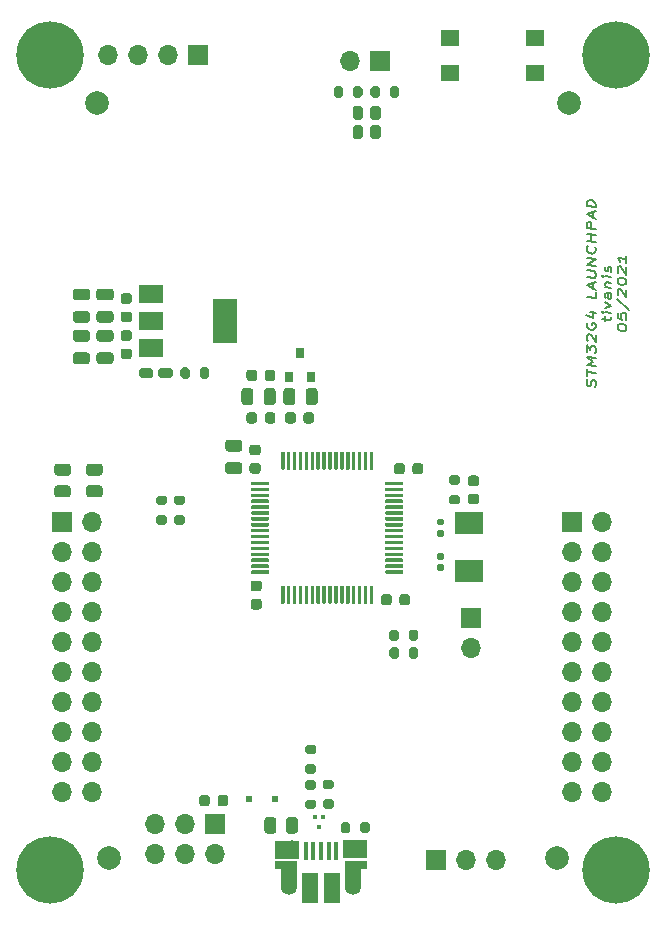
<source format=gbr>
%TF.GenerationSoftware,KiCad,Pcbnew,(5.1.9)-1*%
%TF.CreationDate,2021-05-10T15:41:27+02:00*%
%TF.ProjectId,STM32_Launchpad_v1r1,53544d33-325f-44c6-9175-6e6368706164,rev?*%
%TF.SameCoordinates,Original*%
%TF.FileFunction,Soldermask,Top*%
%TF.FilePolarity,Negative*%
%FSLAX46Y46*%
G04 Gerber Fmt 4.6, Leading zero omitted, Abs format (unit mm)*
G04 Created by KiCad (PCBNEW (5.1.9)-1) date 2021-05-10 15:41:27*
%MOMM*%
%LPD*%
G01*
G04 APERTURE LIST*
%ADD10C,0.182500*%
%ADD11R,2.000000X1.500000*%
%ADD12R,2.000000X3.800000*%
%ADD13R,0.500000X0.500000*%
%ADD14O,1.700000X1.700000*%
%ADD15R,1.700000X1.700000*%
%ADD16C,2.000000*%
%ADD17R,1.600000X1.400000*%
%ADD18R,0.300000X0.300000*%
%ADD19R,1.430000X2.500000*%
%ADD20O,1.350000X1.700000*%
%ADD21O,1.100000X1.500000*%
%ADD22R,0.400000X1.650000*%
%ADD23R,1.825000X0.700000*%
%ADD24R,1.350000X2.000000*%
%ADD25C,5.700000*%
%ADD26R,2.400000X1.900000*%
%ADD27R,0.800000X0.900000*%
G04 APERTURE END LIST*
D10*
X109696071Y-86057164D02*
X109731785Y-85918771D01*
X109731785Y-85680676D01*
X109696071Y-85580973D01*
X109660357Y-85528890D01*
X109588928Y-85472343D01*
X109517500Y-85463414D01*
X109446071Y-85502104D01*
X109410357Y-85545259D01*
X109374642Y-85636033D01*
X109338928Y-85822045D01*
X109303214Y-85912819D01*
X109267500Y-85955973D01*
X109196071Y-85994664D01*
X109124642Y-85985735D01*
X109053214Y-85929188D01*
X109017500Y-85877104D01*
X108981785Y-85777402D01*
X108981785Y-85539307D01*
X109017500Y-85400914D01*
X108981785Y-85110735D02*
X108981785Y-84539307D01*
X109731785Y-84918771D02*
X108981785Y-84825021D01*
X109731785Y-84299723D02*
X108981785Y-84205973D01*
X109517500Y-83939604D01*
X108981785Y-83539307D01*
X109731785Y-83633057D01*
X108981785Y-83158354D02*
X108981785Y-82539307D01*
X109267500Y-82908354D01*
X109267500Y-82765497D01*
X109303214Y-82674723D01*
X109338928Y-82631569D01*
X109410357Y-82592878D01*
X109588928Y-82615200D01*
X109660357Y-82671747D01*
X109696071Y-82723831D01*
X109731785Y-82823533D01*
X109731785Y-83109247D01*
X109696071Y-83200021D01*
X109660357Y-83243176D01*
X109053214Y-82167283D02*
X109017500Y-82115200D01*
X108981785Y-82015497D01*
X108981785Y-81777402D01*
X109017500Y-81686628D01*
X109053214Y-81643473D01*
X109124642Y-81604783D01*
X109196071Y-81613712D01*
X109303214Y-81674723D01*
X109731785Y-82299723D01*
X109731785Y-81680676D01*
X109017500Y-80639009D02*
X108981785Y-80729783D01*
X108981785Y-80872640D01*
X109017500Y-81019962D01*
X109088928Y-81124128D01*
X109160357Y-81180676D01*
X109303214Y-81246152D01*
X109410357Y-81259545D01*
X109553214Y-81229783D01*
X109624642Y-81191093D01*
X109696071Y-81104783D01*
X109731785Y-80966390D01*
X109731785Y-80871152D01*
X109696071Y-80723831D01*
X109660357Y-80671747D01*
X109410357Y-80640497D01*
X109410357Y-80830973D01*
X109231785Y-79761033D02*
X109731785Y-79823533D01*
X108946071Y-79963414D02*
X109481785Y-80268473D01*
X109481785Y-79649426D01*
X109731785Y-78061628D02*
X109731785Y-78537819D01*
X108981785Y-78444069D01*
X109517500Y-77749128D02*
X109517500Y-77272938D01*
X109731785Y-77871152D02*
X108981785Y-77444069D01*
X109731785Y-77204485D01*
X108981785Y-76777402D02*
X109588928Y-76853295D01*
X109660357Y-76814604D01*
X109696071Y-76771450D01*
X109731785Y-76680676D01*
X109731785Y-76490200D01*
X109696071Y-76390497D01*
X109660357Y-76338414D01*
X109588928Y-76281866D01*
X108981785Y-76205973D01*
X109731785Y-75823533D02*
X108981785Y-75729783D01*
X109731785Y-75252104D01*
X108981785Y-75158354D01*
X109660357Y-74195557D02*
X109696071Y-74247640D01*
X109731785Y-74394962D01*
X109731785Y-74490200D01*
X109696071Y-74628593D01*
X109624642Y-74714902D01*
X109553214Y-74753593D01*
X109410357Y-74783354D01*
X109303214Y-74769962D01*
X109160357Y-74704485D01*
X109088928Y-74647938D01*
X109017500Y-74543771D01*
X108981785Y-74396450D01*
X108981785Y-74301212D01*
X109017500Y-74162819D01*
X109053214Y-74119664D01*
X109731785Y-73775914D02*
X108981785Y-73682164D01*
X109338928Y-73726807D02*
X109338928Y-73155378D01*
X109731785Y-73204485D02*
X108981785Y-73110735D01*
X109731785Y-72728295D02*
X108981785Y-72634545D01*
X108981785Y-72253593D01*
X109017500Y-72162819D01*
X109053214Y-72119664D01*
X109124642Y-72080973D01*
X109231785Y-72094366D01*
X109303214Y-72150914D01*
X109338928Y-72202997D01*
X109374642Y-72302700D01*
X109374642Y-72683652D01*
X109517500Y-71749128D02*
X109517500Y-71272938D01*
X109731785Y-71871152D02*
X108981785Y-71444069D01*
X109731785Y-71204485D01*
X109731785Y-70871152D02*
X108981785Y-70777402D01*
X108981785Y-70539307D01*
X109017500Y-70400914D01*
X109088928Y-70314604D01*
X109160357Y-70275914D01*
X109303214Y-70246152D01*
X109410357Y-70259545D01*
X109553214Y-70325021D01*
X109624642Y-70381569D01*
X109696071Y-70485735D01*
X109731785Y-70633057D01*
X109731785Y-70871152D01*
X110539285Y-80475319D02*
X110539285Y-80094366D01*
X110289285Y-80301212D02*
X110932142Y-80381569D01*
X111003571Y-80342878D01*
X111039285Y-80252104D01*
X111039285Y-80156866D01*
X111039285Y-79823533D02*
X110539285Y-79761033D01*
X110289285Y-79729783D02*
X110325000Y-79781866D01*
X110360714Y-79738712D01*
X110325000Y-79686628D01*
X110289285Y-79729783D01*
X110360714Y-79738712D01*
X110539285Y-79380081D02*
X111039285Y-79204485D01*
X110539285Y-78903890D01*
X111039285Y-78156866D02*
X110646428Y-78107759D01*
X110575000Y-78146450D01*
X110539285Y-78237223D01*
X110539285Y-78427700D01*
X110575000Y-78527402D01*
X111003571Y-78152402D02*
X111039285Y-78252104D01*
X111039285Y-78490200D01*
X111003571Y-78580973D01*
X110932142Y-78619664D01*
X110860714Y-78610735D01*
X110789285Y-78554188D01*
X110753571Y-78454485D01*
X110753571Y-78216390D01*
X110717857Y-78116688D01*
X110539285Y-77618176D02*
X111039285Y-77680676D01*
X110610714Y-77627104D02*
X110575000Y-77575021D01*
X110539285Y-77475319D01*
X110539285Y-77332462D01*
X110575000Y-77241688D01*
X110646428Y-77202997D01*
X111039285Y-77252104D01*
X111039285Y-76775914D02*
X110539285Y-76713414D01*
X110289285Y-76682164D02*
X110325000Y-76734247D01*
X110360714Y-76691093D01*
X110325000Y-76639009D01*
X110289285Y-76682164D01*
X110360714Y-76691093D01*
X111003571Y-76342878D02*
X111039285Y-76252104D01*
X111039285Y-76061628D01*
X111003571Y-75961926D01*
X110932142Y-75905378D01*
X110896428Y-75900914D01*
X110825000Y-75939604D01*
X110789285Y-76030378D01*
X110789285Y-76173235D01*
X110753571Y-76264009D01*
X110682142Y-76302700D01*
X110646428Y-76298235D01*
X110575000Y-76241688D01*
X110539285Y-76141985D01*
X110539285Y-75999128D01*
X110575000Y-75908354D01*
X111596785Y-81039307D02*
X111596785Y-80944069D01*
X111632500Y-80853295D01*
X111668214Y-80810140D01*
X111739642Y-80771450D01*
X111882500Y-80741688D01*
X112061071Y-80764009D01*
X112203928Y-80829485D01*
X112275357Y-80886033D01*
X112311071Y-80938116D01*
X112346785Y-81037819D01*
X112346785Y-81133057D01*
X112311071Y-81223831D01*
X112275357Y-81266985D01*
X112203928Y-81305676D01*
X112061071Y-81335438D01*
X111882500Y-81313116D01*
X111739642Y-81247640D01*
X111668214Y-81191093D01*
X111632500Y-81139009D01*
X111596785Y-81039307D01*
X111596785Y-79801212D02*
X111596785Y-80277402D01*
X111953928Y-80369664D01*
X111918214Y-80317581D01*
X111882500Y-80217878D01*
X111882500Y-79979783D01*
X111918214Y-79889009D01*
X111953928Y-79845854D01*
X112025357Y-79807164D01*
X112203928Y-79829485D01*
X112275357Y-79886033D01*
X112311071Y-79938116D01*
X112346785Y-80037819D01*
X112346785Y-80275914D01*
X112311071Y-80366688D01*
X112275357Y-80409843D01*
X111561071Y-78606271D02*
X112525357Y-79583950D01*
X111668214Y-78333950D02*
X111632500Y-78281866D01*
X111596785Y-78182164D01*
X111596785Y-77944069D01*
X111632500Y-77853295D01*
X111668214Y-77810140D01*
X111739642Y-77771450D01*
X111811071Y-77780378D01*
X111918214Y-77841390D01*
X112346785Y-78466390D01*
X112346785Y-77847343D01*
X111596785Y-77134545D02*
X111596785Y-77039307D01*
X111632500Y-76948533D01*
X111668214Y-76905378D01*
X111739642Y-76866688D01*
X111882500Y-76836926D01*
X112061071Y-76859247D01*
X112203928Y-76924723D01*
X112275357Y-76981271D01*
X112311071Y-77033354D01*
X112346785Y-77133057D01*
X112346785Y-77228295D01*
X112311071Y-77319069D01*
X112275357Y-77362223D01*
X112203928Y-77400914D01*
X112061071Y-77430676D01*
X111882500Y-77408354D01*
X111739642Y-77342878D01*
X111668214Y-77286331D01*
X111632500Y-77234247D01*
X111596785Y-77134545D01*
X111668214Y-76429188D02*
X111632500Y-76377104D01*
X111596785Y-76277402D01*
X111596785Y-76039307D01*
X111632500Y-75948533D01*
X111668214Y-75905378D01*
X111739642Y-75866688D01*
X111811071Y-75875616D01*
X111918214Y-75936628D01*
X112346785Y-76561628D01*
X112346785Y-75942581D01*
X112346785Y-74990200D02*
X112346785Y-75561628D01*
X112346785Y-75275914D02*
X111596785Y-75182164D01*
X111703928Y-75290795D01*
X111775357Y-75394962D01*
X111811071Y-75494664D01*
%TO.C,U2*%
G36*
G01*
X90900000Y-102975000D02*
X90900000Y-104375000D01*
G75*
G02*
X90825000Y-104450000I-75000J0D01*
G01*
X90675000Y-104450000D01*
G75*
G02*
X90600000Y-104375000I0J75000D01*
G01*
X90600000Y-102975000D01*
G75*
G02*
X90675000Y-102900000I75000J0D01*
G01*
X90825000Y-102900000D01*
G75*
G02*
X90900000Y-102975000I0J-75000D01*
G01*
G37*
G36*
G01*
X90400000Y-102975000D02*
X90400000Y-104375000D01*
G75*
G02*
X90325000Y-104450000I-75000J0D01*
G01*
X90175000Y-104450000D01*
G75*
G02*
X90100000Y-104375000I0J75000D01*
G01*
X90100000Y-102975000D01*
G75*
G02*
X90175000Y-102900000I75000J0D01*
G01*
X90325000Y-102900000D01*
G75*
G02*
X90400000Y-102975000I0J-75000D01*
G01*
G37*
G36*
G01*
X89900000Y-102975000D02*
X89900000Y-104375000D01*
G75*
G02*
X89825000Y-104450000I-75000J0D01*
G01*
X89675000Y-104450000D01*
G75*
G02*
X89600000Y-104375000I0J75000D01*
G01*
X89600000Y-102975000D01*
G75*
G02*
X89675000Y-102900000I75000J0D01*
G01*
X89825000Y-102900000D01*
G75*
G02*
X89900000Y-102975000I0J-75000D01*
G01*
G37*
G36*
G01*
X89400000Y-102975000D02*
X89400000Y-104375000D01*
G75*
G02*
X89325000Y-104450000I-75000J0D01*
G01*
X89175000Y-104450000D01*
G75*
G02*
X89100000Y-104375000I0J75000D01*
G01*
X89100000Y-102975000D01*
G75*
G02*
X89175000Y-102900000I75000J0D01*
G01*
X89325000Y-102900000D01*
G75*
G02*
X89400000Y-102975000I0J-75000D01*
G01*
G37*
G36*
G01*
X88900000Y-102975000D02*
X88900000Y-104375000D01*
G75*
G02*
X88825000Y-104450000I-75000J0D01*
G01*
X88675000Y-104450000D01*
G75*
G02*
X88600000Y-104375000I0J75000D01*
G01*
X88600000Y-102975000D01*
G75*
G02*
X88675000Y-102900000I75000J0D01*
G01*
X88825000Y-102900000D01*
G75*
G02*
X88900000Y-102975000I0J-75000D01*
G01*
G37*
G36*
G01*
X88400000Y-102975000D02*
X88400000Y-104375000D01*
G75*
G02*
X88325000Y-104450000I-75000J0D01*
G01*
X88175000Y-104450000D01*
G75*
G02*
X88100000Y-104375000I0J75000D01*
G01*
X88100000Y-102975000D01*
G75*
G02*
X88175000Y-102900000I75000J0D01*
G01*
X88325000Y-102900000D01*
G75*
G02*
X88400000Y-102975000I0J-75000D01*
G01*
G37*
G36*
G01*
X87900000Y-102975000D02*
X87900000Y-104375000D01*
G75*
G02*
X87825000Y-104450000I-75000J0D01*
G01*
X87675000Y-104450000D01*
G75*
G02*
X87600000Y-104375000I0J75000D01*
G01*
X87600000Y-102975000D01*
G75*
G02*
X87675000Y-102900000I75000J0D01*
G01*
X87825000Y-102900000D01*
G75*
G02*
X87900000Y-102975000I0J-75000D01*
G01*
G37*
G36*
G01*
X87400000Y-102975000D02*
X87400000Y-104375000D01*
G75*
G02*
X87325000Y-104450000I-75000J0D01*
G01*
X87175000Y-104450000D01*
G75*
G02*
X87100000Y-104375000I0J75000D01*
G01*
X87100000Y-102975000D01*
G75*
G02*
X87175000Y-102900000I75000J0D01*
G01*
X87325000Y-102900000D01*
G75*
G02*
X87400000Y-102975000I0J-75000D01*
G01*
G37*
G36*
G01*
X86900000Y-102975000D02*
X86900000Y-104375000D01*
G75*
G02*
X86825000Y-104450000I-75000J0D01*
G01*
X86675000Y-104450000D01*
G75*
G02*
X86600000Y-104375000I0J75000D01*
G01*
X86600000Y-102975000D01*
G75*
G02*
X86675000Y-102900000I75000J0D01*
G01*
X86825000Y-102900000D01*
G75*
G02*
X86900000Y-102975000I0J-75000D01*
G01*
G37*
G36*
G01*
X86400000Y-102975000D02*
X86400000Y-104375000D01*
G75*
G02*
X86325000Y-104450000I-75000J0D01*
G01*
X86175000Y-104450000D01*
G75*
G02*
X86100000Y-104375000I0J75000D01*
G01*
X86100000Y-102975000D01*
G75*
G02*
X86175000Y-102900000I75000J0D01*
G01*
X86325000Y-102900000D01*
G75*
G02*
X86400000Y-102975000I0J-75000D01*
G01*
G37*
G36*
G01*
X85900000Y-102975000D02*
X85900000Y-104375000D01*
G75*
G02*
X85825000Y-104450000I-75000J0D01*
G01*
X85675000Y-104450000D01*
G75*
G02*
X85600000Y-104375000I0J75000D01*
G01*
X85600000Y-102975000D01*
G75*
G02*
X85675000Y-102900000I75000J0D01*
G01*
X85825000Y-102900000D01*
G75*
G02*
X85900000Y-102975000I0J-75000D01*
G01*
G37*
G36*
G01*
X85400000Y-102975000D02*
X85400000Y-104375000D01*
G75*
G02*
X85325000Y-104450000I-75000J0D01*
G01*
X85175000Y-104450000D01*
G75*
G02*
X85100000Y-104375000I0J75000D01*
G01*
X85100000Y-102975000D01*
G75*
G02*
X85175000Y-102900000I75000J0D01*
G01*
X85325000Y-102900000D01*
G75*
G02*
X85400000Y-102975000I0J-75000D01*
G01*
G37*
G36*
G01*
X84900000Y-102975000D02*
X84900000Y-104375000D01*
G75*
G02*
X84825000Y-104450000I-75000J0D01*
G01*
X84675000Y-104450000D01*
G75*
G02*
X84600000Y-104375000I0J75000D01*
G01*
X84600000Y-102975000D01*
G75*
G02*
X84675000Y-102900000I75000J0D01*
G01*
X84825000Y-102900000D01*
G75*
G02*
X84900000Y-102975000I0J-75000D01*
G01*
G37*
G36*
G01*
X84400000Y-102975000D02*
X84400000Y-104375000D01*
G75*
G02*
X84325000Y-104450000I-75000J0D01*
G01*
X84175000Y-104450000D01*
G75*
G02*
X84100000Y-104375000I0J75000D01*
G01*
X84100000Y-102975000D01*
G75*
G02*
X84175000Y-102900000I75000J0D01*
G01*
X84325000Y-102900000D01*
G75*
G02*
X84400000Y-102975000I0J-75000D01*
G01*
G37*
G36*
G01*
X83900000Y-102975000D02*
X83900000Y-104375000D01*
G75*
G02*
X83825000Y-104450000I-75000J0D01*
G01*
X83675000Y-104450000D01*
G75*
G02*
X83600000Y-104375000I0J75000D01*
G01*
X83600000Y-102975000D01*
G75*
G02*
X83675000Y-102900000I75000J0D01*
G01*
X83825000Y-102900000D01*
G75*
G02*
X83900000Y-102975000I0J-75000D01*
G01*
G37*
G36*
G01*
X83400000Y-102975000D02*
X83400000Y-104375000D01*
G75*
G02*
X83325000Y-104450000I-75000J0D01*
G01*
X83175000Y-104450000D01*
G75*
G02*
X83100000Y-104375000I0J75000D01*
G01*
X83100000Y-102975000D01*
G75*
G02*
X83175000Y-102900000I75000J0D01*
G01*
X83325000Y-102900000D01*
G75*
G02*
X83400000Y-102975000I0J-75000D01*
G01*
G37*
G36*
G01*
X82100000Y-101675000D02*
X82100000Y-101825000D01*
G75*
G02*
X82025000Y-101900000I-75000J0D01*
G01*
X80625000Y-101900000D01*
G75*
G02*
X80550000Y-101825000I0J75000D01*
G01*
X80550000Y-101675000D01*
G75*
G02*
X80625000Y-101600000I75000J0D01*
G01*
X82025000Y-101600000D01*
G75*
G02*
X82100000Y-101675000I0J-75000D01*
G01*
G37*
G36*
G01*
X82100000Y-101175000D02*
X82100000Y-101325000D01*
G75*
G02*
X82025000Y-101400000I-75000J0D01*
G01*
X80625000Y-101400000D01*
G75*
G02*
X80550000Y-101325000I0J75000D01*
G01*
X80550000Y-101175000D01*
G75*
G02*
X80625000Y-101100000I75000J0D01*
G01*
X82025000Y-101100000D01*
G75*
G02*
X82100000Y-101175000I0J-75000D01*
G01*
G37*
G36*
G01*
X82100000Y-100675000D02*
X82100000Y-100825000D01*
G75*
G02*
X82025000Y-100900000I-75000J0D01*
G01*
X80625000Y-100900000D01*
G75*
G02*
X80550000Y-100825000I0J75000D01*
G01*
X80550000Y-100675000D01*
G75*
G02*
X80625000Y-100600000I75000J0D01*
G01*
X82025000Y-100600000D01*
G75*
G02*
X82100000Y-100675000I0J-75000D01*
G01*
G37*
G36*
G01*
X82100000Y-100175000D02*
X82100000Y-100325000D01*
G75*
G02*
X82025000Y-100400000I-75000J0D01*
G01*
X80625000Y-100400000D01*
G75*
G02*
X80550000Y-100325000I0J75000D01*
G01*
X80550000Y-100175000D01*
G75*
G02*
X80625000Y-100100000I75000J0D01*
G01*
X82025000Y-100100000D01*
G75*
G02*
X82100000Y-100175000I0J-75000D01*
G01*
G37*
G36*
G01*
X82100000Y-99675000D02*
X82100000Y-99825000D01*
G75*
G02*
X82025000Y-99900000I-75000J0D01*
G01*
X80625000Y-99900000D01*
G75*
G02*
X80550000Y-99825000I0J75000D01*
G01*
X80550000Y-99675000D01*
G75*
G02*
X80625000Y-99600000I75000J0D01*
G01*
X82025000Y-99600000D01*
G75*
G02*
X82100000Y-99675000I0J-75000D01*
G01*
G37*
G36*
G01*
X82100000Y-99175000D02*
X82100000Y-99325000D01*
G75*
G02*
X82025000Y-99400000I-75000J0D01*
G01*
X80625000Y-99400000D01*
G75*
G02*
X80550000Y-99325000I0J75000D01*
G01*
X80550000Y-99175000D01*
G75*
G02*
X80625000Y-99100000I75000J0D01*
G01*
X82025000Y-99100000D01*
G75*
G02*
X82100000Y-99175000I0J-75000D01*
G01*
G37*
G36*
G01*
X82100000Y-98675000D02*
X82100000Y-98825000D01*
G75*
G02*
X82025000Y-98900000I-75000J0D01*
G01*
X80625000Y-98900000D01*
G75*
G02*
X80550000Y-98825000I0J75000D01*
G01*
X80550000Y-98675000D01*
G75*
G02*
X80625000Y-98600000I75000J0D01*
G01*
X82025000Y-98600000D01*
G75*
G02*
X82100000Y-98675000I0J-75000D01*
G01*
G37*
G36*
G01*
X82100000Y-98175000D02*
X82100000Y-98325000D01*
G75*
G02*
X82025000Y-98400000I-75000J0D01*
G01*
X80625000Y-98400000D01*
G75*
G02*
X80550000Y-98325000I0J75000D01*
G01*
X80550000Y-98175000D01*
G75*
G02*
X80625000Y-98100000I75000J0D01*
G01*
X82025000Y-98100000D01*
G75*
G02*
X82100000Y-98175000I0J-75000D01*
G01*
G37*
G36*
G01*
X82100000Y-97675000D02*
X82100000Y-97825000D01*
G75*
G02*
X82025000Y-97900000I-75000J0D01*
G01*
X80625000Y-97900000D01*
G75*
G02*
X80550000Y-97825000I0J75000D01*
G01*
X80550000Y-97675000D01*
G75*
G02*
X80625000Y-97600000I75000J0D01*
G01*
X82025000Y-97600000D01*
G75*
G02*
X82100000Y-97675000I0J-75000D01*
G01*
G37*
G36*
G01*
X82100000Y-97175000D02*
X82100000Y-97325000D01*
G75*
G02*
X82025000Y-97400000I-75000J0D01*
G01*
X80625000Y-97400000D01*
G75*
G02*
X80550000Y-97325000I0J75000D01*
G01*
X80550000Y-97175000D01*
G75*
G02*
X80625000Y-97100000I75000J0D01*
G01*
X82025000Y-97100000D01*
G75*
G02*
X82100000Y-97175000I0J-75000D01*
G01*
G37*
G36*
G01*
X82100000Y-96675000D02*
X82100000Y-96825000D01*
G75*
G02*
X82025000Y-96900000I-75000J0D01*
G01*
X80625000Y-96900000D01*
G75*
G02*
X80550000Y-96825000I0J75000D01*
G01*
X80550000Y-96675000D01*
G75*
G02*
X80625000Y-96600000I75000J0D01*
G01*
X82025000Y-96600000D01*
G75*
G02*
X82100000Y-96675000I0J-75000D01*
G01*
G37*
G36*
G01*
X82100000Y-96175000D02*
X82100000Y-96325000D01*
G75*
G02*
X82025000Y-96400000I-75000J0D01*
G01*
X80625000Y-96400000D01*
G75*
G02*
X80550000Y-96325000I0J75000D01*
G01*
X80550000Y-96175000D01*
G75*
G02*
X80625000Y-96100000I75000J0D01*
G01*
X82025000Y-96100000D01*
G75*
G02*
X82100000Y-96175000I0J-75000D01*
G01*
G37*
G36*
G01*
X82100000Y-95675000D02*
X82100000Y-95825000D01*
G75*
G02*
X82025000Y-95900000I-75000J0D01*
G01*
X80625000Y-95900000D01*
G75*
G02*
X80550000Y-95825000I0J75000D01*
G01*
X80550000Y-95675000D01*
G75*
G02*
X80625000Y-95600000I75000J0D01*
G01*
X82025000Y-95600000D01*
G75*
G02*
X82100000Y-95675000I0J-75000D01*
G01*
G37*
G36*
G01*
X82100000Y-95175000D02*
X82100000Y-95325000D01*
G75*
G02*
X82025000Y-95400000I-75000J0D01*
G01*
X80625000Y-95400000D01*
G75*
G02*
X80550000Y-95325000I0J75000D01*
G01*
X80550000Y-95175000D01*
G75*
G02*
X80625000Y-95100000I75000J0D01*
G01*
X82025000Y-95100000D01*
G75*
G02*
X82100000Y-95175000I0J-75000D01*
G01*
G37*
G36*
G01*
X82100000Y-94675000D02*
X82100000Y-94825000D01*
G75*
G02*
X82025000Y-94900000I-75000J0D01*
G01*
X80625000Y-94900000D01*
G75*
G02*
X80550000Y-94825000I0J75000D01*
G01*
X80550000Y-94675000D01*
G75*
G02*
X80625000Y-94600000I75000J0D01*
G01*
X82025000Y-94600000D01*
G75*
G02*
X82100000Y-94675000I0J-75000D01*
G01*
G37*
G36*
G01*
X82100000Y-94175000D02*
X82100000Y-94325000D01*
G75*
G02*
X82025000Y-94400000I-75000J0D01*
G01*
X80625000Y-94400000D01*
G75*
G02*
X80550000Y-94325000I0J75000D01*
G01*
X80550000Y-94175000D01*
G75*
G02*
X80625000Y-94100000I75000J0D01*
G01*
X82025000Y-94100000D01*
G75*
G02*
X82100000Y-94175000I0J-75000D01*
G01*
G37*
G36*
G01*
X83400000Y-91625000D02*
X83400000Y-93025000D01*
G75*
G02*
X83325000Y-93100000I-75000J0D01*
G01*
X83175000Y-93100000D01*
G75*
G02*
X83100000Y-93025000I0J75000D01*
G01*
X83100000Y-91625000D01*
G75*
G02*
X83175000Y-91550000I75000J0D01*
G01*
X83325000Y-91550000D01*
G75*
G02*
X83400000Y-91625000I0J-75000D01*
G01*
G37*
G36*
G01*
X83900000Y-91625000D02*
X83900000Y-93025000D01*
G75*
G02*
X83825000Y-93100000I-75000J0D01*
G01*
X83675000Y-93100000D01*
G75*
G02*
X83600000Y-93025000I0J75000D01*
G01*
X83600000Y-91625000D01*
G75*
G02*
X83675000Y-91550000I75000J0D01*
G01*
X83825000Y-91550000D01*
G75*
G02*
X83900000Y-91625000I0J-75000D01*
G01*
G37*
G36*
G01*
X84400000Y-91625000D02*
X84400000Y-93025000D01*
G75*
G02*
X84325000Y-93100000I-75000J0D01*
G01*
X84175000Y-93100000D01*
G75*
G02*
X84100000Y-93025000I0J75000D01*
G01*
X84100000Y-91625000D01*
G75*
G02*
X84175000Y-91550000I75000J0D01*
G01*
X84325000Y-91550000D01*
G75*
G02*
X84400000Y-91625000I0J-75000D01*
G01*
G37*
G36*
G01*
X84900000Y-91625000D02*
X84900000Y-93025000D01*
G75*
G02*
X84825000Y-93100000I-75000J0D01*
G01*
X84675000Y-93100000D01*
G75*
G02*
X84600000Y-93025000I0J75000D01*
G01*
X84600000Y-91625000D01*
G75*
G02*
X84675000Y-91550000I75000J0D01*
G01*
X84825000Y-91550000D01*
G75*
G02*
X84900000Y-91625000I0J-75000D01*
G01*
G37*
G36*
G01*
X85400000Y-91625000D02*
X85400000Y-93025000D01*
G75*
G02*
X85325000Y-93100000I-75000J0D01*
G01*
X85175000Y-93100000D01*
G75*
G02*
X85100000Y-93025000I0J75000D01*
G01*
X85100000Y-91625000D01*
G75*
G02*
X85175000Y-91550000I75000J0D01*
G01*
X85325000Y-91550000D01*
G75*
G02*
X85400000Y-91625000I0J-75000D01*
G01*
G37*
G36*
G01*
X85900000Y-91625000D02*
X85900000Y-93025000D01*
G75*
G02*
X85825000Y-93100000I-75000J0D01*
G01*
X85675000Y-93100000D01*
G75*
G02*
X85600000Y-93025000I0J75000D01*
G01*
X85600000Y-91625000D01*
G75*
G02*
X85675000Y-91550000I75000J0D01*
G01*
X85825000Y-91550000D01*
G75*
G02*
X85900000Y-91625000I0J-75000D01*
G01*
G37*
G36*
G01*
X86400000Y-91625000D02*
X86400000Y-93025000D01*
G75*
G02*
X86325000Y-93100000I-75000J0D01*
G01*
X86175000Y-93100000D01*
G75*
G02*
X86100000Y-93025000I0J75000D01*
G01*
X86100000Y-91625000D01*
G75*
G02*
X86175000Y-91550000I75000J0D01*
G01*
X86325000Y-91550000D01*
G75*
G02*
X86400000Y-91625000I0J-75000D01*
G01*
G37*
G36*
G01*
X86900000Y-91625000D02*
X86900000Y-93025000D01*
G75*
G02*
X86825000Y-93100000I-75000J0D01*
G01*
X86675000Y-93100000D01*
G75*
G02*
X86600000Y-93025000I0J75000D01*
G01*
X86600000Y-91625000D01*
G75*
G02*
X86675000Y-91550000I75000J0D01*
G01*
X86825000Y-91550000D01*
G75*
G02*
X86900000Y-91625000I0J-75000D01*
G01*
G37*
G36*
G01*
X87400000Y-91625000D02*
X87400000Y-93025000D01*
G75*
G02*
X87325000Y-93100000I-75000J0D01*
G01*
X87175000Y-93100000D01*
G75*
G02*
X87100000Y-93025000I0J75000D01*
G01*
X87100000Y-91625000D01*
G75*
G02*
X87175000Y-91550000I75000J0D01*
G01*
X87325000Y-91550000D01*
G75*
G02*
X87400000Y-91625000I0J-75000D01*
G01*
G37*
G36*
G01*
X87900000Y-91625000D02*
X87900000Y-93025000D01*
G75*
G02*
X87825000Y-93100000I-75000J0D01*
G01*
X87675000Y-93100000D01*
G75*
G02*
X87600000Y-93025000I0J75000D01*
G01*
X87600000Y-91625000D01*
G75*
G02*
X87675000Y-91550000I75000J0D01*
G01*
X87825000Y-91550000D01*
G75*
G02*
X87900000Y-91625000I0J-75000D01*
G01*
G37*
G36*
G01*
X88400000Y-91625000D02*
X88400000Y-93025000D01*
G75*
G02*
X88325000Y-93100000I-75000J0D01*
G01*
X88175000Y-93100000D01*
G75*
G02*
X88100000Y-93025000I0J75000D01*
G01*
X88100000Y-91625000D01*
G75*
G02*
X88175000Y-91550000I75000J0D01*
G01*
X88325000Y-91550000D01*
G75*
G02*
X88400000Y-91625000I0J-75000D01*
G01*
G37*
G36*
G01*
X88900000Y-91625000D02*
X88900000Y-93025000D01*
G75*
G02*
X88825000Y-93100000I-75000J0D01*
G01*
X88675000Y-93100000D01*
G75*
G02*
X88600000Y-93025000I0J75000D01*
G01*
X88600000Y-91625000D01*
G75*
G02*
X88675000Y-91550000I75000J0D01*
G01*
X88825000Y-91550000D01*
G75*
G02*
X88900000Y-91625000I0J-75000D01*
G01*
G37*
G36*
G01*
X89400000Y-91625000D02*
X89400000Y-93025000D01*
G75*
G02*
X89325000Y-93100000I-75000J0D01*
G01*
X89175000Y-93100000D01*
G75*
G02*
X89100000Y-93025000I0J75000D01*
G01*
X89100000Y-91625000D01*
G75*
G02*
X89175000Y-91550000I75000J0D01*
G01*
X89325000Y-91550000D01*
G75*
G02*
X89400000Y-91625000I0J-75000D01*
G01*
G37*
G36*
G01*
X89900000Y-91625000D02*
X89900000Y-93025000D01*
G75*
G02*
X89825000Y-93100000I-75000J0D01*
G01*
X89675000Y-93100000D01*
G75*
G02*
X89600000Y-93025000I0J75000D01*
G01*
X89600000Y-91625000D01*
G75*
G02*
X89675000Y-91550000I75000J0D01*
G01*
X89825000Y-91550000D01*
G75*
G02*
X89900000Y-91625000I0J-75000D01*
G01*
G37*
G36*
G01*
X90400000Y-91625000D02*
X90400000Y-93025000D01*
G75*
G02*
X90325000Y-93100000I-75000J0D01*
G01*
X90175000Y-93100000D01*
G75*
G02*
X90100000Y-93025000I0J75000D01*
G01*
X90100000Y-91625000D01*
G75*
G02*
X90175000Y-91550000I75000J0D01*
G01*
X90325000Y-91550000D01*
G75*
G02*
X90400000Y-91625000I0J-75000D01*
G01*
G37*
G36*
G01*
X90900000Y-91625000D02*
X90900000Y-93025000D01*
G75*
G02*
X90825000Y-93100000I-75000J0D01*
G01*
X90675000Y-93100000D01*
G75*
G02*
X90600000Y-93025000I0J75000D01*
G01*
X90600000Y-91625000D01*
G75*
G02*
X90675000Y-91550000I75000J0D01*
G01*
X90825000Y-91550000D01*
G75*
G02*
X90900000Y-91625000I0J-75000D01*
G01*
G37*
G36*
G01*
X93450000Y-94175000D02*
X93450000Y-94325000D01*
G75*
G02*
X93375000Y-94400000I-75000J0D01*
G01*
X91975000Y-94400000D01*
G75*
G02*
X91900000Y-94325000I0J75000D01*
G01*
X91900000Y-94175000D01*
G75*
G02*
X91975000Y-94100000I75000J0D01*
G01*
X93375000Y-94100000D01*
G75*
G02*
X93450000Y-94175000I0J-75000D01*
G01*
G37*
G36*
G01*
X93450000Y-94675000D02*
X93450000Y-94825000D01*
G75*
G02*
X93375000Y-94900000I-75000J0D01*
G01*
X91975000Y-94900000D01*
G75*
G02*
X91900000Y-94825000I0J75000D01*
G01*
X91900000Y-94675000D01*
G75*
G02*
X91975000Y-94600000I75000J0D01*
G01*
X93375000Y-94600000D01*
G75*
G02*
X93450000Y-94675000I0J-75000D01*
G01*
G37*
G36*
G01*
X93450000Y-95175000D02*
X93450000Y-95325000D01*
G75*
G02*
X93375000Y-95400000I-75000J0D01*
G01*
X91975000Y-95400000D01*
G75*
G02*
X91900000Y-95325000I0J75000D01*
G01*
X91900000Y-95175000D01*
G75*
G02*
X91975000Y-95100000I75000J0D01*
G01*
X93375000Y-95100000D01*
G75*
G02*
X93450000Y-95175000I0J-75000D01*
G01*
G37*
G36*
G01*
X93450000Y-95675000D02*
X93450000Y-95825000D01*
G75*
G02*
X93375000Y-95900000I-75000J0D01*
G01*
X91975000Y-95900000D01*
G75*
G02*
X91900000Y-95825000I0J75000D01*
G01*
X91900000Y-95675000D01*
G75*
G02*
X91975000Y-95600000I75000J0D01*
G01*
X93375000Y-95600000D01*
G75*
G02*
X93450000Y-95675000I0J-75000D01*
G01*
G37*
G36*
G01*
X93450000Y-96175000D02*
X93450000Y-96325000D01*
G75*
G02*
X93375000Y-96400000I-75000J0D01*
G01*
X91975000Y-96400000D01*
G75*
G02*
X91900000Y-96325000I0J75000D01*
G01*
X91900000Y-96175000D01*
G75*
G02*
X91975000Y-96100000I75000J0D01*
G01*
X93375000Y-96100000D01*
G75*
G02*
X93450000Y-96175000I0J-75000D01*
G01*
G37*
G36*
G01*
X93450000Y-96675000D02*
X93450000Y-96825000D01*
G75*
G02*
X93375000Y-96900000I-75000J0D01*
G01*
X91975000Y-96900000D01*
G75*
G02*
X91900000Y-96825000I0J75000D01*
G01*
X91900000Y-96675000D01*
G75*
G02*
X91975000Y-96600000I75000J0D01*
G01*
X93375000Y-96600000D01*
G75*
G02*
X93450000Y-96675000I0J-75000D01*
G01*
G37*
G36*
G01*
X93450000Y-97175000D02*
X93450000Y-97325000D01*
G75*
G02*
X93375000Y-97400000I-75000J0D01*
G01*
X91975000Y-97400000D01*
G75*
G02*
X91900000Y-97325000I0J75000D01*
G01*
X91900000Y-97175000D01*
G75*
G02*
X91975000Y-97100000I75000J0D01*
G01*
X93375000Y-97100000D01*
G75*
G02*
X93450000Y-97175000I0J-75000D01*
G01*
G37*
G36*
G01*
X93450000Y-97675000D02*
X93450000Y-97825000D01*
G75*
G02*
X93375000Y-97900000I-75000J0D01*
G01*
X91975000Y-97900000D01*
G75*
G02*
X91900000Y-97825000I0J75000D01*
G01*
X91900000Y-97675000D01*
G75*
G02*
X91975000Y-97600000I75000J0D01*
G01*
X93375000Y-97600000D01*
G75*
G02*
X93450000Y-97675000I0J-75000D01*
G01*
G37*
G36*
G01*
X93450000Y-98175000D02*
X93450000Y-98325000D01*
G75*
G02*
X93375000Y-98400000I-75000J0D01*
G01*
X91975000Y-98400000D01*
G75*
G02*
X91900000Y-98325000I0J75000D01*
G01*
X91900000Y-98175000D01*
G75*
G02*
X91975000Y-98100000I75000J0D01*
G01*
X93375000Y-98100000D01*
G75*
G02*
X93450000Y-98175000I0J-75000D01*
G01*
G37*
G36*
G01*
X93450000Y-98675000D02*
X93450000Y-98825000D01*
G75*
G02*
X93375000Y-98900000I-75000J0D01*
G01*
X91975000Y-98900000D01*
G75*
G02*
X91900000Y-98825000I0J75000D01*
G01*
X91900000Y-98675000D01*
G75*
G02*
X91975000Y-98600000I75000J0D01*
G01*
X93375000Y-98600000D01*
G75*
G02*
X93450000Y-98675000I0J-75000D01*
G01*
G37*
G36*
G01*
X93450000Y-99175000D02*
X93450000Y-99325000D01*
G75*
G02*
X93375000Y-99400000I-75000J0D01*
G01*
X91975000Y-99400000D01*
G75*
G02*
X91900000Y-99325000I0J75000D01*
G01*
X91900000Y-99175000D01*
G75*
G02*
X91975000Y-99100000I75000J0D01*
G01*
X93375000Y-99100000D01*
G75*
G02*
X93450000Y-99175000I0J-75000D01*
G01*
G37*
G36*
G01*
X93450000Y-99675000D02*
X93450000Y-99825000D01*
G75*
G02*
X93375000Y-99900000I-75000J0D01*
G01*
X91975000Y-99900000D01*
G75*
G02*
X91900000Y-99825000I0J75000D01*
G01*
X91900000Y-99675000D01*
G75*
G02*
X91975000Y-99600000I75000J0D01*
G01*
X93375000Y-99600000D01*
G75*
G02*
X93450000Y-99675000I0J-75000D01*
G01*
G37*
G36*
G01*
X93450000Y-100175000D02*
X93450000Y-100325000D01*
G75*
G02*
X93375000Y-100400000I-75000J0D01*
G01*
X91975000Y-100400000D01*
G75*
G02*
X91900000Y-100325000I0J75000D01*
G01*
X91900000Y-100175000D01*
G75*
G02*
X91975000Y-100100000I75000J0D01*
G01*
X93375000Y-100100000D01*
G75*
G02*
X93450000Y-100175000I0J-75000D01*
G01*
G37*
G36*
G01*
X93450000Y-100675000D02*
X93450000Y-100825000D01*
G75*
G02*
X93375000Y-100900000I-75000J0D01*
G01*
X91975000Y-100900000D01*
G75*
G02*
X91900000Y-100825000I0J75000D01*
G01*
X91900000Y-100675000D01*
G75*
G02*
X91975000Y-100600000I75000J0D01*
G01*
X93375000Y-100600000D01*
G75*
G02*
X93450000Y-100675000I0J-75000D01*
G01*
G37*
G36*
G01*
X93450000Y-101175000D02*
X93450000Y-101325000D01*
G75*
G02*
X93375000Y-101400000I-75000J0D01*
G01*
X91975000Y-101400000D01*
G75*
G02*
X91900000Y-101325000I0J75000D01*
G01*
X91900000Y-101175000D01*
G75*
G02*
X91975000Y-101100000I75000J0D01*
G01*
X93375000Y-101100000D01*
G75*
G02*
X93450000Y-101175000I0J-75000D01*
G01*
G37*
G36*
G01*
X93450000Y-101675000D02*
X93450000Y-101825000D01*
G75*
G02*
X93375000Y-101900000I-75000J0D01*
G01*
X91975000Y-101900000D01*
G75*
G02*
X91900000Y-101825000I0J75000D01*
G01*
X91900000Y-101675000D01*
G75*
G02*
X91975000Y-101600000I75000J0D01*
G01*
X93375000Y-101600000D01*
G75*
G02*
X93450000Y-101675000I0J-75000D01*
G01*
G37*
%TD*%
D11*
%TO.C,U4*%
X72050000Y-78200000D03*
X72050000Y-82800000D03*
X72050000Y-80500000D03*
D12*
X78350000Y-80500000D03*
%TD*%
D13*
%TO.C,D1*%
X80400000Y-121000000D03*
X82600000Y-121000000D03*
%TD*%
D14*
%TO.C,J5*%
X110260000Y-120380000D03*
X107720000Y-120380000D03*
X110260000Y-117840000D03*
X107720000Y-117840000D03*
X110260000Y-115300000D03*
X107720000Y-115300000D03*
X110260000Y-112760000D03*
X107720000Y-112760000D03*
X110260000Y-110220000D03*
X107720000Y-110220000D03*
X110260000Y-107680000D03*
X107720000Y-107680000D03*
X110260000Y-105140000D03*
X107720000Y-105140000D03*
X110260000Y-102600000D03*
X107720000Y-102600000D03*
X110260000Y-100060000D03*
X107720000Y-100060000D03*
X110260000Y-97520000D03*
D15*
X107720000Y-97520000D03*
%TD*%
D14*
%TO.C,J8*%
X88960000Y-58500000D03*
D15*
X91500000Y-58500000D03*
%TD*%
%TO.C,J7*%
X77500000Y-123100000D03*
D14*
X77500000Y-125640000D03*
X74960000Y-125640000D03*
X72420000Y-125640000D03*
X72420000Y-123100000D03*
X74960000Y-123100000D03*
%TD*%
D16*
%TO.C,FID4*%
X68500000Y-126000000D03*
%TD*%
%TO.C,FID3*%
X106500000Y-126000000D03*
%TD*%
%TO.C,FID2*%
X107500000Y-62000000D03*
%TD*%
%TO.C,FID1*%
X67500000Y-62000000D03*
%TD*%
%TO.C,C19*%
G36*
G01*
X77075000Y-120850000D02*
X77075000Y-121350000D01*
G75*
G02*
X76850000Y-121575000I-225000J0D01*
G01*
X76400000Y-121575000D01*
G75*
G02*
X76175000Y-121350000I0J225000D01*
G01*
X76175000Y-120850000D01*
G75*
G02*
X76400000Y-120625000I225000J0D01*
G01*
X76850000Y-120625000D01*
G75*
G02*
X77075000Y-120850000I0J-225000D01*
G01*
G37*
G36*
G01*
X78625000Y-120850000D02*
X78625000Y-121350000D01*
G75*
G02*
X78400000Y-121575000I-225000J0D01*
G01*
X77950000Y-121575000D01*
G75*
G02*
X77725000Y-121350000I0J225000D01*
G01*
X77725000Y-120850000D01*
G75*
G02*
X77950000Y-120625000I225000J0D01*
G01*
X78400000Y-120625000D01*
G75*
G02*
X78625000Y-120850000I0J-225000D01*
G01*
G37*
%TD*%
%TO.C,C5*%
G36*
G01*
X80750000Y-104025000D02*
X81250000Y-104025000D01*
G75*
G02*
X81475000Y-104250000I0J-225000D01*
G01*
X81475000Y-104700000D01*
G75*
G02*
X81250000Y-104925000I-225000J0D01*
G01*
X80750000Y-104925000D01*
G75*
G02*
X80525000Y-104700000I0J225000D01*
G01*
X80525000Y-104250000D01*
G75*
G02*
X80750000Y-104025000I225000J0D01*
G01*
G37*
G36*
G01*
X80750000Y-102475000D02*
X81250000Y-102475000D01*
G75*
G02*
X81475000Y-102700000I0J-225000D01*
G01*
X81475000Y-103150000D01*
G75*
G02*
X81250000Y-103375000I-225000J0D01*
G01*
X80750000Y-103375000D01*
G75*
G02*
X80525000Y-103150000I0J225000D01*
G01*
X80525000Y-102700000D01*
G75*
G02*
X80750000Y-102475000I225000J0D01*
G01*
G37*
%TD*%
D17*
%TO.C,SW1*%
X97400000Y-59500000D03*
X104600000Y-59500000D03*
X97400000Y-56500000D03*
X104600000Y-56500000D03*
%TD*%
%TO.C,R13*%
G36*
G01*
X66849998Y-94400000D02*
X67750002Y-94400000D01*
G75*
G02*
X68000000Y-94649998I0J-249998D01*
G01*
X68000000Y-95175002D01*
G75*
G02*
X67750002Y-95425000I-249998J0D01*
G01*
X66849998Y-95425000D01*
G75*
G02*
X66600000Y-95175002I0J249998D01*
G01*
X66600000Y-94649998D01*
G75*
G02*
X66849998Y-94400000I249998J0D01*
G01*
G37*
G36*
G01*
X66849998Y-92575000D02*
X67750002Y-92575000D01*
G75*
G02*
X68000000Y-92824998I0J-249998D01*
G01*
X68000000Y-93350002D01*
G75*
G02*
X67750002Y-93600000I-249998J0D01*
G01*
X66849998Y-93600000D01*
G75*
G02*
X66600000Y-93350002I0J249998D01*
G01*
X66600000Y-92824998D01*
G75*
G02*
X66849998Y-92575000I249998J0D01*
G01*
G37*
%TD*%
%TO.C,R11*%
G36*
G01*
X75375000Y-84625000D02*
X75375000Y-85175000D01*
G75*
G02*
X75175000Y-85375000I-200000J0D01*
G01*
X74775000Y-85375000D01*
G75*
G02*
X74575000Y-85175000I0J200000D01*
G01*
X74575000Y-84625000D01*
G75*
G02*
X74775000Y-84425000I200000J0D01*
G01*
X75175000Y-84425000D01*
G75*
G02*
X75375000Y-84625000I0J-200000D01*
G01*
G37*
G36*
G01*
X77025000Y-84625000D02*
X77025000Y-85175000D01*
G75*
G02*
X76825000Y-85375000I-200000J0D01*
G01*
X76425000Y-85375000D01*
G75*
G02*
X76225000Y-85175000I0J200000D01*
G01*
X76225000Y-84625000D01*
G75*
G02*
X76425000Y-84425000I200000J0D01*
G01*
X76825000Y-84425000D01*
G75*
G02*
X77025000Y-84625000I0J-200000D01*
G01*
G37*
%TD*%
%TO.C,R9*%
G36*
G01*
X91475000Y-60825000D02*
X91475000Y-61375000D01*
G75*
G02*
X91275000Y-61575000I-200000J0D01*
G01*
X90875000Y-61575000D01*
G75*
G02*
X90675000Y-61375000I0J200000D01*
G01*
X90675000Y-60825000D01*
G75*
G02*
X90875000Y-60625000I200000J0D01*
G01*
X91275000Y-60625000D01*
G75*
G02*
X91475000Y-60825000I0J-200000D01*
G01*
G37*
G36*
G01*
X93125000Y-60825000D02*
X93125000Y-61375000D01*
G75*
G02*
X92925000Y-61575000I-200000J0D01*
G01*
X92525000Y-61575000D01*
G75*
G02*
X92325000Y-61375000I0J200000D01*
G01*
X92325000Y-60825000D01*
G75*
G02*
X92525000Y-60625000I200000J0D01*
G01*
X92925000Y-60625000D01*
G75*
G02*
X93125000Y-60825000I0J-200000D01*
G01*
G37*
%TD*%
%TO.C,R8*%
G36*
G01*
X89200000Y-61375000D02*
X89200000Y-60825000D01*
G75*
G02*
X89400000Y-60625000I200000J0D01*
G01*
X89800000Y-60625000D01*
G75*
G02*
X90000000Y-60825000I0J-200000D01*
G01*
X90000000Y-61375000D01*
G75*
G02*
X89800000Y-61575000I-200000J0D01*
G01*
X89400000Y-61575000D01*
G75*
G02*
X89200000Y-61375000I0J200000D01*
G01*
G37*
G36*
G01*
X87550000Y-61375000D02*
X87550000Y-60825000D01*
G75*
G02*
X87750000Y-60625000I200000J0D01*
G01*
X88150000Y-60625000D01*
G75*
G02*
X88350000Y-60825000I0J-200000D01*
G01*
X88350000Y-61375000D01*
G75*
G02*
X88150000Y-61575000I-200000J0D01*
G01*
X87750000Y-61575000D01*
G75*
G02*
X87550000Y-61375000I0J200000D01*
G01*
G37*
%TD*%
%TO.C,R7*%
G36*
G01*
X85875000Y-117175000D02*
X85325000Y-117175000D01*
G75*
G02*
X85125000Y-116975000I0J200000D01*
G01*
X85125000Y-116575000D01*
G75*
G02*
X85325000Y-116375000I200000J0D01*
G01*
X85875000Y-116375000D01*
G75*
G02*
X86075000Y-116575000I0J-200000D01*
G01*
X86075000Y-116975000D01*
G75*
G02*
X85875000Y-117175000I-200000J0D01*
G01*
G37*
G36*
G01*
X85875000Y-118825000D02*
X85325000Y-118825000D01*
G75*
G02*
X85125000Y-118625000I0J200000D01*
G01*
X85125000Y-118225000D01*
G75*
G02*
X85325000Y-118025000I200000J0D01*
G01*
X85875000Y-118025000D01*
G75*
G02*
X86075000Y-118225000I0J-200000D01*
G01*
X86075000Y-118625000D01*
G75*
G02*
X85875000Y-118825000I-200000J0D01*
G01*
G37*
%TD*%
%TO.C,R6*%
G36*
G01*
X85325000Y-121025000D02*
X85875000Y-121025000D01*
G75*
G02*
X86075000Y-121225000I0J-200000D01*
G01*
X86075000Y-121625000D01*
G75*
G02*
X85875000Y-121825000I-200000J0D01*
G01*
X85325000Y-121825000D01*
G75*
G02*
X85125000Y-121625000I0J200000D01*
G01*
X85125000Y-121225000D01*
G75*
G02*
X85325000Y-121025000I200000J0D01*
G01*
G37*
G36*
G01*
X85325000Y-119375000D02*
X85875000Y-119375000D01*
G75*
G02*
X86075000Y-119575000I0J-200000D01*
G01*
X86075000Y-119975000D01*
G75*
G02*
X85875000Y-120175000I-200000J0D01*
G01*
X85325000Y-120175000D01*
G75*
G02*
X85125000Y-119975000I0J200000D01*
G01*
X85125000Y-119575000D01*
G75*
G02*
X85325000Y-119375000I200000J0D01*
G01*
G37*
%TD*%
%TO.C,R5*%
G36*
G01*
X86825000Y-121000000D02*
X87375000Y-121000000D01*
G75*
G02*
X87575000Y-121200000I0J-200000D01*
G01*
X87575000Y-121600000D01*
G75*
G02*
X87375000Y-121800000I-200000J0D01*
G01*
X86825000Y-121800000D01*
G75*
G02*
X86625000Y-121600000I0J200000D01*
G01*
X86625000Y-121200000D01*
G75*
G02*
X86825000Y-121000000I200000J0D01*
G01*
G37*
G36*
G01*
X86825000Y-119350000D02*
X87375000Y-119350000D01*
G75*
G02*
X87575000Y-119550000I0J-200000D01*
G01*
X87575000Y-119950000D01*
G75*
G02*
X87375000Y-120150000I-200000J0D01*
G01*
X86825000Y-120150000D01*
G75*
G02*
X86625000Y-119950000I0J200000D01*
G01*
X86625000Y-119550000D01*
G75*
G02*
X86825000Y-119350000I200000J0D01*
G01*
G37*
%TD*%
%TO.C,R2*%
G36*
G01*
X88975000Y-123125000D02*
X88975000Y-123675000D01*
G75*
G02*
X88775000Y-123875000I-200000J0D01*
G01*
X88375000Y-123875000D01*
G75*
G02*
X88175000Y-123675000I0J200000D01*
G01*
X88175000Y-123125000D01*
G75*
G02*
X88375000Y-122925000I200000J0D01*
G01*
X88775000Y-122925000D01*
G75*
G02*
X88975000Y-123125000I0J-200000D01*
G01*
G37*
G36*
G01*
X90625000Y-123125000D02*
X90625000Y-123675000D01*
G75*
G02*
X90425000Y-123875000I-200000J0D01*
G01*
X90025000Y-123875000D01*
G75*
G02*
X89825000Y-123675000I0J200000D01*
G01*
X89825000Y-123125000D01*
G75*
G02*
X90025000Y-122925000I200000J0D01*
G01*
X90425000Y-122925000D01*
G75*
G02*
X90625000Y-123125000I0J-200000D01*
G01*
G37*
%TD*%
%TO.C,R12*%
G36*
G01*
X73275000Y-96075000D02*
X72725000Y-96075000D01*
G75*
G02*
X72525000Y-95875000I0J200000D01*
G01*
X72525000Y-95475000D01*
G75*
G02*
X72725000Y-95275000I200000J0D01*
G01*
X73275000Y-95275000D01*
G75*
G02*
X73475000Y-95475000I0J-200000D01*
G01*
X73475000Y-95875000D01*
G75*
G02*
X73275000Y-96075000I-200000J0D01*
G01*
G37*
G36*
G01*
X73275000Y-97725000D02*
X72725000Y-97725000D01*
G75*
G02*
X72525000Y-97525000I0J200000D01*
G01*
X72525000Y-97125000D01*
G75*
G02*
X72725000Y-96925000I200000J0D01*
G01*
X73275000Y-96925000D01*
G75*
G02*
X73475000Y-97125000I0J-200000D01*
G01*
X73475000Y-97525000D01*
G75*
G02*
X73275000Y-97725000I-200000J0D01*
G01*
G37*
%TD*%
%TO.C,R10*%
G36*
G01*
X74775000Y-96075000D02*
X74225000Y-96075000D01*
G75*
G02*
X74025000Y-95875000I0J200000D01*
G01*
X74025000Y-95475000D01*
G75*
G02*
X74225000Y-95275000I200000J0D01*
G01*
X74775000Y-95275000D01*
G75*
G02*
X74975000Y-95475000I0J-200000D01*
G01*
X74975000Y-95875000D01*
G75*
G02*
X74775000Y-96075000I-200000J0D01*
G01*
G37*
G36*
G01*
X74775000Y-97725000D02*
X74225000Y-97725000D01*
G75*
G02*
X74025000Y-97525000I0J200000D01*
G01*
X74025000Y-97125000D01*
G75*
G02*
X74225000Y-96925000I200000J0D01*
G01*
X74775000Y-96925000D01*
G75*
G02*
X74975000Y-97125000I0J-200000D01*
G01*
X74975000Y-97525000D01*
G75*
G02*
X74775000Y-97725000I-200000J0D01*
G01*
G37*
%TD*%
%TO.C,R14*%
G36*
G01*
X83512500Y-123650002D02*
X83512500Y-122749998D01*
G75*
G02*
X83762498Y-122500000I249998J0D01*
G01*
X84287502Y-122500000D01*
G75*
G02*
X84537500Y-122749998I0J-249998D01*
G01*
X84537500Y-123650002D01*
G75*
G02*
X84287502Y-123900000I-249998J0D01*
G01*
X83762498Y-123900000D01*
G75*
G02*
X83512500Y-123650002I0J249998D01*
G01*
G37*
G36*
G01*
X81687500Y-123650002D02*
X81687500Y-122749998D01*
G75*
G02*
X81937498Y-122500000I249998J0D01*
G01*
X82462502Y-122500000D01*
G75*
G02*
X82712500Y-122749998I0J-249998D01*
G01*
X82712500Y-123650002D01*
G75*
G02*
X82462502Y-123900000I-249998J0D01*
G01*
X81937498Y-123900000D01*
G75*
G02*
X81687500Y-123650002I0J249998D01*
G01*
G37*
%TD*%
%TO.C,R15*%
G36*
G01*
X65050002Y-93600000D02*
X64149998Y-93600000D01*
G75*
G02*
X63900000Y-93350002I0J249998D01*
G01*
X63900000Y-92824998D01*
G75*
G02*
X64149998Y-92575000I249998J0D01*
G01*
X65050002Y-92575000D01*
G75*
G02*
X65300000Y-92824998I0J-249998D01*
G01*
X65300000Y-93350002D01*
G75*
G02*
X65050002Y-93600000I-249998J0D01*
G01*
G37*
G36*
G01*
X65050002Y-95425000D02*
X64149998Y-95425000D01*
G75*
G02*
X63900000Y-95175002I0J249998D01*
G01*
X63900000Y-94649998D01*
G75*
G02*
X64149998Y-94400000I249998J0D01*
G01*
X65050002Y-94400000D01*
G75*
G02*
X65300000Y-94649998I0J-249998D01*
G01*
X65300000Y-95175002D01*
G75*
G02*
X65050002Y-95425000I-249998J0D01*
G01*
G37*
%TD*%
%TO.C,R4*%
G36*
G01*
X93925000Y-107375000D02*
X93925000Y-106825000D01*
G75*
G02*
X94125000Y-106625000I200000J0D01*
G01*
X94525000Y-106625000D01*
G75*
G02*
X94725000Y-106825000I0J-200000D01*
G01*
X94725000Y-107375000D01*
G75*
G02*
X94525000Y-107575000I-200000J0D01*
G01*
X94125000Y-107575000D01*
G75*
G02*
X93925000Y-107375000I0J200000D01*
G01*
G37*
G36*
G01*
X92275000Y-107375000D02*
X92275000Y-106825000D01*
G75*
G02*
X92475000Y-106625000I200000J0D01*
G01*
X92875000Y-106625000D01*
G75*
G02*
X93075000Y-106825000I0J-200000D01*
G01*
X93075000Y-107375000D01*
G75*
G02*
X92875000Y-107575000I-200000J0D01*
G01*
X92475000Y-107575000D01*
G75*
G02*
X92275000Y-107375000I0J200000D01*
G01*
G37*
%TD*%
%TO.C,R3*%
G36*
G01*
X93075000Y-108325000D02*
X93075000Y-108875000D01*
G75*
G02*
X92875000Y-109075000I-200000J0D01*
G01*
X92475000Y-109075000D01*
G75*
G02*
X92275000Y-108875000I0J200000D01*
G01*
X92275000Y-108325000D01*
G75*
G02*
X92475000Y-108125000I200000J0D01*
G01*
X92875000Y-108125000D01*
G75*
G02*
X93075000Y-108325000I0J-200000D01*
G01*
G37*
G36*
G01*
X94725000Y-108325000D02*
X94725000Y-108875000D01*
G75*
G02*
X94525000Y-109075000I-200000J0D01*
G01*
X94125000Y-109075000D01*
G75*
G02*
X93925000Y-108875000I0J200000D01*
G01*
X93925000Y-108325000D01*
G75*
G02*
X94125000Y-108125000I200000J0D01*
G01*
X94525000Y-108125000D01*
G75*
G02*
X94725000Y-108325000I0J-200000D01*
G01*
G37*
%TD*%
%TO.C,R1*%
G36*
G01*
X97525000Y-95225000D02*
X98075000Y-95225000D01*
G75*
G02*
X98275000Y-95425000I0J-200000D01*
G01*
X98275000Y-95825000D01*
G75*
G02*
X98075000Y-96025000I-200000J0D01*
G01*
X97525000Y-96025000D01*
G75*
G02*
X97325000Y-95825000I0J200000D01*
G01*
X97325000Y-95425000D01*
G75*
G02*
X97525000Y-95225000I200000J0D01*
G01*
G37*
G36*
G01*
X97525000Y-93575000D02*
X98075000Y-93575000D01*
G75*
G02*
X98275000Y-93775000I0J-200000D01*
G01*
X98275000Y-94175000D01*
G75*
G02*
X98075000Y-94375000I-200000J0D01*
G01*
X97525000Y-94375000D01*
G75*
G02*
X97325000Y-94175000I0J200000D01*
G01*
X97325000Y-93775000D01*
G75*
G02*
X97525000Y-93575000I200000J0D01*
G01*
G37*
%TD*%
%TO.C,FB1*%
G36*
G01*
X81050000Y-88443750D02*
X81050000Y-88956250D01*
G75*
G02*
X80831250Y-89175000I-218750J0D01*
G01*
X80393750Y-89175000D01*
G75*
G02*
X80175000Y-88956250I0J218750D01*
G01*
X80175000Y-88443750D01*
G75*
G02*
X80393750Y-88225000I218750J0D01*
G01*
X80831250Y-88225000D01*
G75*
G02*
X81050000Y-88443750I0J-218750D01*
G01*
G37*
G36*
G01*
X82625000Y-88443750D02*
X82625000Y-88956250D01*
G75*
G02*
X82406250Y-89175000I-218750J0D01*
G01*
X81968750Y-89175000D01*
G75*
G02*
X81750000Y-88956250I0J218750D01*
G01*
X81750000Y-88443750D01*
G75*
G02*
X81968750Y-88225000I218750J0D01*
G01*
X82406250Y-88225000D01*
G75*
G02*
X82625000Y-88443750I0J-218750D01*
G01*
G37*
%TD*%
%TO.C,D4*%
G36*
G01*
X72300000Y-84687500D02*
X72300000Y-85112500D01*
G75*
G02*
X72087500Y-85325000I-212500J0D01*
G01*
X71287500Y-85325000D01*
G75*
G02*
X71075000Y-85112500I0J212500D01*
G01*
X71075000Y-84687500D01*
G75*
G02*
X71287500Y-84475000I212500J0D01*
G01*
X72087500Y-84475000D01*
G75*
G02*
X72300000Y-84687500I0J-212500D01*
G01*
G37*
G36*
G01*
X73925000Y-84687500D02*
X73925000Y-85112500D01*
G75*
G02*
X73712500Y-85325000I-212500J0D01*
G01*
X72912500Y-85325000D01*
G75*
G02*
X72700000Y-85112500I0J212500D01*
G01*
X72700000Y-84687500D01*
G75*
G02*
X72912500Y-84475000I212500J0D01*
G01*
X73712500Y-84475000D01*
G75*
G02*
X73925000Y-84687500I0J-212500D01*
G01*
G37*
%TD*%
%TO.C,D3*%
G36*
G01*
X90887500Y-63887500D02*
X91312500Y-63887500D01*
G75*
G02*
X91525000Y-64100000I0J-212500D01*
G01*
X91525000Y-64900000D01*
G75*
G02*
X91312500Y-65112500I-212500J0D01*
G01*
X90887500Y-65112500D01*
G75*
G02*
X90675000Y-64900000I0J212500D01*
G01*
X90675000Y-64100000D01*
G75*
G02*
X90887500Y-63887500I212500J0D01*
G01*
G37*
G36*
G01*
X90887500Y-62262500D02*
X91312500Y-62262500D01*
G75*
G02*
X91525000Y-62475000I0J-212500D01*
G01*
X91525000Y-63275000D01*
G75*
G02*
X91312500Y-63487500I-212500J0D01*
G01*
X90887500Y-63487500D01*
G75*
G02*
X90675000Y-63275000I0J212500D01*
G01*
X90675000Y-62475000D01*
G75*
G02*
X90887500Y-62262500I212500J0D01*
G01*
G37*
%TD*%
%TO.C,D2*%
G36*
G01*
X89387500Y-63887500D02*
X89812500Y-63887500D01*
G75*
G02*
X90025000Y-64100000I0J-212500D01*
G01*
X90025000Y-64900000D01*
G75*
G02*
X89812500Y-65112500I-212500J0D01*
G01*
X89387500Y-65112500D01*
G75*
G02*
X89175000Y-64900000I0J212500D01*
G01*
X89175000Y-64100000D01*
G75*
G02*
X89387500Y-63887500I212500J0D01*
G01*
G37*
G36*
G01*
X89387500Y-62262500D02*
X89812500Y-62262500D01*
G75*
G02*
X90025000Y-62475000I0J-212500D01*
G01*
X90025000Y-63275000D01*
G75*
G02*
X89812500Y-63487500I-212500J0D01*
G01*
X89387500Y-63487500D01*
G75*
G02*
X89175000Y-63275000I0J212500D01*
G01*
X89175000Y-62475000D01*
G75*
G02*
X89387500Y-62262500I212500J0D01*
G01*
G37*
%TD*%
D18*
%TO.C,U1*%
X86300000Y-123325000D03*
X85950000Y-122475000D03*
X86650000Y-122475000D03*
%TD*%
D14*
%TO.C,J4*%
X99200000Y-108140000D03*
D15*
X99200000Y-105600000D03*
%TD*%
D14*
%TO.C,J6*%
X101280000Y-126100000D03*
X98740000Y-126100000D03*
D15*
X96200000Y-126100000D03*
%TD*%
D14*
%TO.C,J1*%
X68460000Y-58000000D03*
X71000000Y-58000000D03*
X73540000Y-58000000D03*
D15*
X76080000Y-58000000D03*
%TD*%
D19*
%TO.C,J2*%
X87435000Y-128500000D03*
X85515000Y-128500000D03*
D20*
X89205000Y-128230000D03*
X83745000Y-128230000D03*
D21*
X88895000Y-125230000D03*
X84055000Y-125230000D03*
D22*
X87775000Y-125350000D03*
X87125000Y-125350000D03*
X86475000Y-125350000D03*
X85825000Y-125350000D03*
X85175000Y-125350000D03*
D11*
X89375000Y-125230000D03*
X83625000Y-125250000D03*
D23*
X89475000Y-126550000D03*
X83525000Y-126550000D03*
D24*
X83745000Y-127300000D03*
X89225000Y-127300000D03*
%TD*%
D25*
%TO.C,H4*%
X63500000Y-127000000D03*
%TD*%
%TO.C,H3*%
X63500000Y-58000000D03*
%TD*%
%TO.C,H2*%
X111500000Y-58000000D03*
%TD*%
%TO.C,H1*%
X111500000Y-127000000D03*
%TD*%
D26*
%TO.C,Y1*%
X99000000Y-101700000D03*
X99000000Y-97600000D03*
%TD*%
D27*
%TO.C,U3*%
X84700000Y-83200000D03*
X85650000Y-85200000D03*
X83750000Y-85200000D03*
%TD*%
D14*
%TO.C,J3*%
X67080000Y-120380000D03*
X64540000Y-120380000D03*
X67080000Y-117840000D03*
X64540000Y-117840000D03*
X67080000Y-115300000D03*
X64540000Y-115300000D03*
X67080000Y-112760000D03*
X64540000Y-112760000D03*
X67080000Y-110220000D03*
X64540000Y-110220000D03*
X67080000Y-107680000D03*
X64540000Y-107680000D03*
X67080000Y-105140000D03*
X64540000Y-105140000D03*
X67080000Y-102600000D03*
X64540000Y-102600000D03*
X67080000Y-100060000D03*
X64540000Y-100060000D03*
X67080000Y-97520000D03*
D15*
X64540000Y-97520000D03*
%TD*%
%TO.C,C17*%
G36*
G01*
X66675000Y-78750000D02*
X65725000Y-78750000D01*
G75*
G02*
X65475000Y-78500000I0J250000D01*
G01*
X65475000Y-78000000D01*
G75*
G02*
X65725000Y-77750000I250000J0D01*
G01*
X66675000Y-77750000D01*
G75*
G02*
X66925000Y-78000000I0J-250000D01*
G01*
X66925000Y-78500000D01*
G75*
G02*
X66675000Y-78750000I-250000J0D01*
G01*
G37*
G36*
G01*
X66675000Y-80650000D02*
X65725000Y-80650000D01*
G75*
G02*
X65475000Y-80400000I0J250000D01*
G01*
X65475000Y-79900000D01*
G75*
G02*
X65725000Y-79650000I250000J0D01*
G01*
X66675000Y-79650000D01*
G75*
G02*
X66925000Y-79900000I0J-250000D01*
G01*
X66925000Y-80400000D01*
G75*
G02*
X66675000Y-80650000I-250000J0D01*
G01*
G37*
%TD*%
%TO.C,C18*%
G36*
G01*
X80750000Y-86425000D02*
X80750000Y-87375000D01*
G75*
G02*
X80500000Y-87625000I-250000J0D01*
G01*
X80000000Y-87625000D01*
G75*
G02*
X79750000Y-87375000I0J250000D01*
G01*
X79750000Y-86425000D01*
G75*
G02*
X80000000Y-86175000I250000J0D01*
G01*
X80500000Y-86175000D01*
G75*
G02*
X80750000Y-86425000I0J-250000D01*
G01*
G37*
G36*
G01*
X82650000Y-86425000D02*
X82650000Y-87375000D01*
G75*
G02*
X82400000Y-87625000I-250000J0D01*
G01*
X81900000Y-87625000D01*
G75*
G02*
X81650000Y-87375000I0J250000D01*
G01*
X81650000Y-86425000D01*
G75*
G02*
X81900000Y-86175000I250000J0D01*
G01*
X82400000Y-86175000D01*
G75*
G02*
X82650000Y-86425000I0J-250000D01*
G01*
G37*
%TD*%
%TO.C,C15*%
G36*
G01*
X68675000Y-78750000D02*
X67725000Y-78750000D01*
G75*
G02*
X67475000Y-78500000I0J250000D01*
G01*
X67475000Y-78000000D01*
G75*
G02*
X67725000Y-77750000I250000J0D01*
G01*
X68675000Y-77750000D01*
G75*
G02*
X68925000Y-78000000I0J-250000D01*
G01*
X68925000Y-78500000D01*
G75*
G02*
X68675000Y-78750000I-250000J0D01*
G01*
G37*
G36*
G01*
X68675000Y-80650000D02*
X67725000Y-80650000D01*
G75*
G02*
X67475000Y-80400000I0J250000D01*
G01*
X67475000Y-79900000D01*
G75*
G02*
X67725000Y-79650000I250000J0D01*
G01*
X68675000Y-79650000D01*
G75*
G02*
X68925000Y-79900000I0J-250000D01*
G01*
X68925000Y-80400000D01*
G75*
G02*
X68675000Y-80650000I-250000J0D01*
G01*
G37*
%TD*%
%TO.C,C16*%
G36*
G01*
X81075000Y-84850000D02*
X81075000Y-85350000D01*
G75*
G02*
X80850000Y-85575000I-225000J0D01*
G01*
X80400000Y-85575000D01*
G75*
G02*
X80175000Y-85350000I0J225000D01*
G01*
X80175000Y-84850000D01*
G75*
G02*
X80400000Y-84625000I225000J0D01*
G01*
X80850000Y-84625000D01*
G75*
G02*
X81075000Y-84850000I0J-225000D01*
G01*
G37*
G36*
G01*
X82625000Y-84850000D02*
X82625000Y-85350000D01*
G75*
G02*
X82400000Y-85575000I-225000J0D01*
G01*
X81950000Y-85575000D01*
G75*
G02*
X81725000Y-85350000I0J225000D01*
G01*
X81725000Y-84850000D01*
G75*
G02*
X81950000Y-84625000I225000J0D01*
G01*
X82400000Y-84625000D01*
G75*
G02*
X82625000Y-84850000I0J-225000D01*
G01*
G37*
%TD*%
%TO.C,C14*%
G36*
G01*
X70250000Y-79050000D02*
X69750000Y-79050000D01*
G75*
G02*
X69525000Y-78825000I0J225000D01*
G01*
X69525000Y-78375000D01*
G75*
G02*
X69750000Y-78150000I225000J0D01*
G01*
X70250000Y-78150000D01*
G75*
G02*
X70475000Y-78375000I0J-225000D01*
G01*
X70475000Y-78825000D01*
G75*
G02*
X70250000Y-79050000I-225000J0D01*
G01*
G37*
G36*
G01*
X70250000Y-80600000D02*
X69750000Y-80600000D01*
G75*
G02*
X69525000Y-80375000I0J225000D01*
G01*
X69525000Y-79925000D01*
G75*
G02*
X69750000Y-79700000I225000J0D01*
G01*
X70250000Y-79700000D01*
G75*
G02*
X70475000Y-79925000I0J-225000D01*
G01*
X70475000Y-80375000D01*
G75*
G02*
X70250000Y-80600000I-225000J0D01*
G01*
G37*
%TD*%
%TO.C,C13*%
G36*
G01*
X79575000Y-91550000D02*
X78625000Y-91550000D01*
G75*
G02*
X78375000Y-91300000I0J250000D01*
G01*
X78375000Y-90800000D01*
G75*
G02*
X78625000Y-90550000I250000J0D01*
G01*
X79575000Y-90550000D01*
G75*
G02*
X79825000Y-90800000I0J-250000D01*
G01*
X79825000Y-91300000D01*
G75*
G02*
X79575000Y-91550000I-250000J0D01*
G01*
G37*
G36*
G01*
X79575000Y-93450000D02*
X78625000Y-93450000D01*
G75*
G02*
X78375000Y-93200000I0J250000D01*
G01*
X78375000Y-92700000D01*
G75*
G02*
X78625000Y-92450000I250000J0D01*
G01*
X79575000Y-92450000D01*
G75*
G02*
X79825000Y-92700000I0J-250000D01*
G01*
X79825000Y-93200000D01*
G75*
G02*
X79575000Y-93450000I-250000J0D01*
G01*
G37*
%TD*%
%TO.C,C11*%
G36*
G01*
X93125000Y-104350000D02*
X93125000Y-103850000D01*
G75*
G02*
X93350000Y-103625000I225000J0D01*
G01*
X93800000Y-103625000D01*
G75*
G02*
X94025000Y-103850000I0J-225000D01*
G01*
X94025000Y-104350000D01*
G75*
G02*
X93800000Y-104575000I-225000J0D01*
G01*
X93350000Y-104575000D01*
G75*
G02*
X93125000Y-104350000I0J225000D01*
G01*
G37*
G36*
G01*
X91575000Y-104350000D02*
X91575000Y-103850000D01*
G75*
G02*
X91800000Y-103625000I225000J0D01*
G01*
X92250000Y-103625000D01*
G75*
G02*
X92475000Y-103850000I0J-225000D01*
G01*
X92475000Y-104350000D01*
G75*
G02*
X92250000Y-104575000I-225000J0D01*
G01*
X91800000Y-104575000D01*
G75*
G02*
X91575000Y-104350000I0J225000D01*
G01*
G37*
%TD*%
%TO.C,C12*%
G36*
G01*
X84300000Y-86425000D02*
X84300000Y-87375000D01*
G75*
G02*
X84050000Y-87625000I-250000J0D01*
G01*
X83550000Y-87625000D01*
G75*
G02*
X83300000Y-87375000I0J250000D01*
G01*
X83300000Y-86425000D01*
G75*
G02*
X83550000Y-86175000I250000J0D01*
G01*
X84050000Y-86175000D01*
G75*
G02*
X84300000Y-86425000I0J-250000D01*
G01*
G37*
G36*
G01*
X86200000Y-86425000D02*
X86200000Y-87375000D01*
G75*
G02*
X85950000Y-87625000I-250000J0D01*
G01*
X85450000Y-87625000D01*
G75*
G02*
X85200000Y-87375000I0J250000D01*
G01*
X85200000Y-86425000D01*
G75*
G02*
X85450000Y-86175000I250000J0D01*
G01*
X85950000Y-86175000D01*
G75*
G02*
X86200000Y-86425000I0J-250000D01*
G01*
G37*
%TD*%
%TO.C,C10*%
G36*
G01*
X67725000Y-83150000D02*
X68675000Y-83150000D01*
G75*
G02*
X68925000Y-83400000I0J-250000D01*
G01*
X68925000Y-83900000D01*
G75*
G02*
X68675000Y-84150000I-250000J0D01*
G01*
X67725000Y-84150000D01*
G75*
G02*
X67475000Y-83900000I0J250000D01*
G01*
X67475000Y-83400000D01*
G75*
G02*
X67725000Y-83150000I250000J0D01*
G01*
G37*
G36*
G01*
X67725000Y-81250000D02*
X68675000Y-81250000D01*
G75*
G02*
X68925000Y-81500000I0J-250000D01*
G01*
X68925000Y-82000000D01*
G75*
G02*
X68675000Y-82250000I-250000J0D01*
G01*
X67725000Y-82250000D01*
G75*
G02*
X67475000Y-82000000I0J250000D01*
G01*
X67475000Y-81500000D01*
G75*
G02*
X67725000Y-81250000I250000J0D01*
G01*
G37*
%TD*%
%TO.C,C9*%
G36*
G01*
X94225000Y-93250000D02*
X94225000Y-92750000D01*
G75*
G02*
X94450000Y-92525000I225000J0D01*
G01*
X94900000Y-92525000D01*
G75*
G02*
X95125000Y-92750000I0J-225000D01*
G01*
X95125000Y-93250000D01*
G75*
G02*
X94900000Y-93475000I-225000J0D01*
G01*
X94450000Y-93475000D01*
G75*
G02*
X94225000Y-93250000I0J225000D01*
G01*
G37*
G36*
G01*
X92675000Y-93250000D02*
X92675000Y-92750000D01*
G75*
G02*
X92900000Y-92525000I225000J0D01*
G01*
X93350000Y-92525000D01*
G75*
G02*
X93575000Y-92750000I0J-225000D01*
G01*
X93575000Y-93250000D01*
G75*
G02*
X93350000Y-93475000I-225000J0D01*
G01*
X92900000Y-93475000D01*
G75*
G02*
X92675000Y-93250000I0J225000D01*
G01*
G37*
%TD*%
%TO.C,C8*%
G36*
G01*
X84350000Y-88450000D02*
X84350000Y-88950000D01*
G75*
G02*
X84125000Y-89175000I-225000J0D01*
G01*
X83675000Y-89175000D01*
G75*
G02*
X83450000Y-88950000I0J225000D01*
G01*
X83450000Y-88450000D01*
G75*
G02*
X83675000Y-88225000I225000J0D01*
G01*
X84125000Y-88225000D01*
G75*
G02*
X84350000Y-88450000I0J-225000D01*
G01*
G37*
G36*
G01*
X85900000Y-88450000D02*
X85900000Y-88950000D01*
G75*
G02*
X85675000Y-89175000I-225000J0D01*
G01*
X85225000Y-89175000D01*
G75*
G02*
X85000000Y-88950000I0J225000D01*
G01*
X85000000Y-88450000D01*
G75*
G02*
X85225000Y-88225000I225000J0D01*
G01*
X85675000Y-88225000D01*
G75*
G02*
X85900000Y-88450000I0J-225000D01*
G01*
G37*
%TD*%
%TO.C,C7*%
G36*
G01*
X65725000Y-83150000D02*
X66675000Y-83150000D01*
G75*
G02*
X66925000Y-83400000I0J-250000D01*
G01*
X66925000Y-83900000D01*
G75*
G02*
X66675000Y-84150000I-250000J0D01*
G01*
X65725000Y-84150000D01*
G75*
G02*
X65475000Y-83900000I0J250000D01*
G01*
X65475000Y-83400000D01*
G75*
G02*
X65725000Y-83150000I250000J0D01*
G01*
G37*
G36*
G01*
X65725000Y-81250000D02*
X66675000Y-81250000D01*
G75*
G02*
X66925000Y-81500000I0J-250000D01*
G01*
X66925000Y-82000000D01*
G75*
G02*
X66675000Y-82250000I-250000J0D01*
G01*
X65725000Y-82250000D01*
G75*
G02*
X65475000Y-82000000I0J250000D01*
G01*
X65475000Y-81500000D01*
G75*
G02*
X65725000Y-81250000I250000J0D01*
G01*
G37*
%TD*%
%TO.C,C6*%
G36*
G01*
X81150000Y-91875000D02*
X80650000Y-91875000D01*
G75*
G02*
X80425000Y-91650000I0J225000D01*
G01*
X80425000Y-91200000D01*
G75*
G02*
X80650000Y-90975000I225000J0D01*
G01*
X81150000Y-90975000D01*
G75*
G02*
X81375000Y-91200000I0J-225000D01*
G01*
X81375000Y-91650000D01*
G75*
G02*
X81150000Y-91875000I-225000J0D01*
G01*
G37*
G36*
G01*
X81150000Y-93425000D02*
X80650000Y-93425000D01*
G75*
G02*
X80425000Y-93200000I0J225000D01*
G01*
X80425000Y-92750000D01*
G75*
G02*
X80650000Y-92525000I225000J0D01*
G01*
X81150000Y-92525000D01*
G75*
G02*
X81375000Y-92750000I0J-225000D01*
G01*
X81375000Y-93200000D01*
G75*
G02*
X81150000Y-93425000I-225000J0D01*
G01*
G37*
%TD*%
%TO.C,C4*%
G36*
G01*
X69750000Y-82825000D02*
X70250000Y-82825000D01*
G75*
G02*
X70475000Y-83050000I0J-225000D01*
G01*
X70475000Y-83500000D01*
G75*
G02*
X70250000Y-83725000I-225000J0D01*
G01*
X69750000Y-83725000D01*
G75*
G02*
X69525000Y-83500000I0J225000D01*
G01*
X69525000Y-83050000D01*
G75*
G02*
X69750000Y-82825000I225000J0D01*
G01*
G37*
G36*
G01*
X69750000Y-81275000D02*
X70250000Y-81275000D01*
G75*
G02*
X70475000Y-81500000I0J-225000D01*
G01*
X70475000Y-81950000D01*
G75*
G02*
X70250000Y-82175000I-225000J0D01*
G01*
X69750000Y-82175000D01*
G75*
G02*
X69525000Y-81950000I0J225000D01*
G01*
X69525000Y-81500000D01*
G75*
G02*
X69750000Y-81275000I225000J0D01*
G01*
G37*
%TD*%
%TO.C,C3*%
G36*
G01*
X96770000Y-97800000D02*
X96430000Y-97800000D01*
G75*
G02*
X96290000Y-97660000I0J140000D01*
G01*
X96290000Y-97380000D01*
G75*
G02*
X96430000Y-97240000I140000J0D01*
G01*
X96770000Y-97240000D01*
G75*
G02*
X96910000Y-97380000I0J-140000D01*
G01*
X96910000Y-97660000D01*
G75*
G02*
X96770000Y-97800000I-140000J0D01*
G01*
G37*
G36*
G01*
X96770000Y-98760000D02*
X96430000Y-98760000D01*
G75*
G02*
X96290000Y-98620000I0J140000D01*
G01*
X96290000Y-98340000D01*
G75*
G02*
X96430000Y-98200000I140000J0D01*
G01*
X96770000Y-98200000D01*
G75*
G02*
X96910000Y-98340000I0J-140000D01*
G01*
X96910000Y-98620000D01*
G75*
G02*
X96770000Y-98760000I-140000J0D01*
G01*
G37*
%TD*%
%TO.C,C2*%
G36*
G01*
X96430000Y-101100000D02*
X96770000Y-101100000D01*
G75*
G02*
X96910000Y-101240000I0J-140000D01*
G01*
X96910000Y-101520000D01*
G75*
G02*
X96770000Y-101660000I-140000J0D01*
G01*
X96430000Y-101660000D01*
G75*
G02*
X96290000Y-101520000I0J140000D01*
G01*
X96290000Y-101240000D01*
G75*
G02*
X96430000Y-101100000I140000J0D01*
G01*
G37*
G36*
G01*
X96430000Y-100140000D02*
X96770000Y-100140000D01*
G75*
G02*
X96910000Y-100280000I0J-140000D01*
G01*
X96910000Y-100560000D01*
G75*
G02*
X96770000Y-100700000I-140000J0D01*
G01*
X96430000Y-100700000D01*
G75*
G02*
X96290000Y-100560000I0J140000D01*
G01*
X96290000Y-100280000D01*
G75*
G02*
X96430000Y-100140000I140000J0D01*
G01*
G37*
%TD*%
%TO.C,C1*%
G36*
G01*
X99150000Y-95125000D02*
X99650000Y-95125000D01*
G75*
G02*
X99875000Y-95350000I0J-225000D01*
G01*
X99875000Y-95800000D01*
G75*
G02*
X99650000Y-96025000I-225000J0D01*
G01*
X99150000Y-96025000D01*
G75*
G02*
X98925000Y-95800000I0J225000D01*
G01*
X98925000Y-95350000D01*
G75*
G02*
X99150000Y-95125000I225000J0D01*
G01*
G37*
G36*
G01*
X99150000Y-93575000D02*
X99650000Y-93575000D01*
G75*
G02*
X99875000Y-93800000I0J-225000D01*
G01*
X99875000Y-94250000D01*
G75*
G02*
X99650000Y-94475000I-225000J0D01*
G01*
X99150000Y-94475000D01*
G75*
G02*
X98925000Y-94250000I0J225000D01*
G01*
X98925000Y-93800000D01*
G75*
G02*
X99150000Y-93575000I225000J0D01*
G01*
G37*
%TD*%
M02*

</source>
